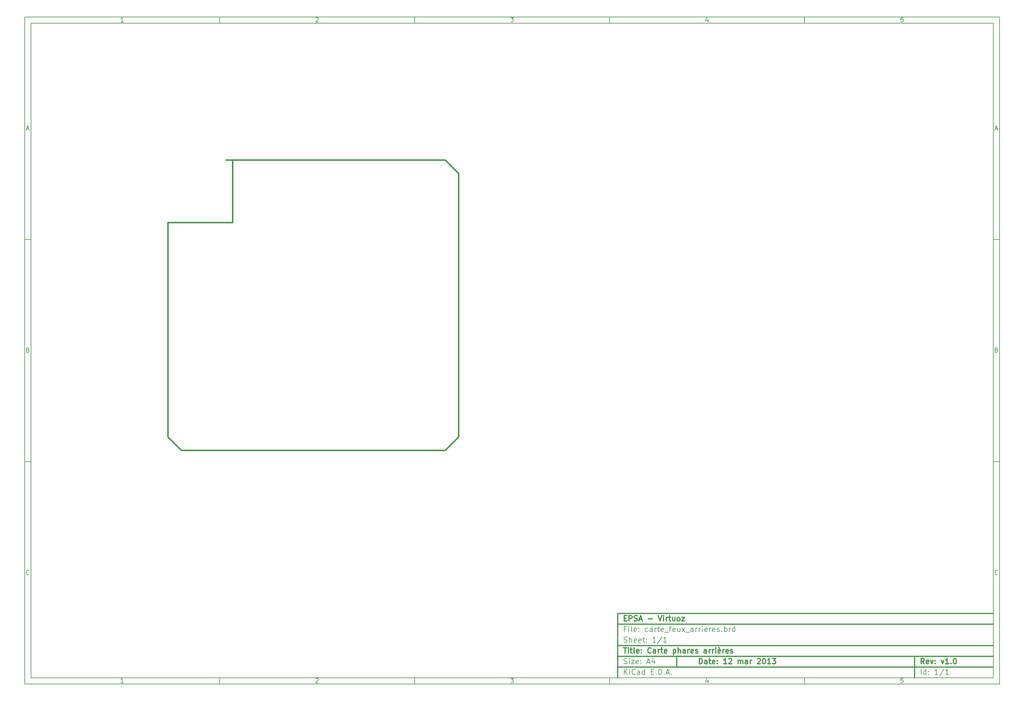
<source format=gbr>
G04 (created by PCBNEW-RS274X (2012-01-19 BZR 3256)-stable) date 12/03/2013 15:18:44*
G01*
G70*
G90*
%MOIN*%
G04 Gerber Fmt 3.4, Leading zero omitted, Abs format*
%FSLAX34Y34*%
G04 APERTURE LIST*
%ADD10C,0.006000*%
%ADD11C,0.012000*%
%ADD12C,0.015000*%
G04 APERTURE END LIST*
G54D10*
X04000Y-04000D02*
X113000Y-04000D01*
X113000Y-78670D01*
X04000Y-78670D01*
X04000Y-04000D01*
X04700Y-04700D02*
X112300Y-04700D01*
X112300Y-77970D01*
X04700Y-77970D01*
X04700Y-04700D01*
X25800Y-04000D02*
X25800Y-04700D01*
X15043Y-04552D02*
X14757Y-04552D01*
X14900Y-04552D02*
X14900Y-04052D01*
X14852Y-04124D01*
X14805Y-04171D01*
X14757Y-04195D01*
X25800Y-78670D02*
X25800Y-77970D01*
X15043Y-78522D02*
X14757Y-78522D01*
X14900Y-78522D02*
X14900Y-78022D01*
X14852Y-78094D01*
X14805Y-78141D01*
X14757Y-78165D01*
X47600Y-04000D02*
X47600Y-04700D01*
X36557Y-04100D02*
X36581Y-04076D01*
X36629Y-04052D01*
X36748Y-04052D01*
X36795Y-04076D01*
X36819Y-04100D01*
X36843Y-04148D01*
X36843Y-04195D01*
X36819Y-04267D01*
X36533Y-04552D01*
X36843Y-04552D01*
X47600Y-78670D02*
X47600Y-77970D01*
X36557Y-78070D02*
X36581Y-78046D01*
X36629Y-78022D01*
X36748Y-78022D01*
X36795Y-78046D01*
X36819Y-78070D01*
X36843Y-78118D01*
X36843Y-78165D01*
X36819Y-78237D01*
X36533Y-78522D01*
X36843Y-78522D01*
X69400Y-04000D02*
X69400Y-04700D01*
X58333Y-04052D02*
X58643Y-04052D01*
X58476Y-04243D01*
X58548Y-04243D01*
X58595Y-04267D01*
X58619Y-04290D01*
X58643Y-04338D01*
X58643Y-04457D01*
X58619Y-04505D01*
X58595Y-04529D01*
X58548Y-04552D01*
X58405Y-04552D01*
X58357Y-04529D01*
X58333Y-04505D01*
X69400Y-78670D02*
X69400Y-77970D01*
X58333Y-78022D02*
X58643Y-78022D01*
X58476Y-78213D01*
X58548Y-78213D01*
X58595Y-78237D01*
X58619Y-78260D01*
X58643Y-78308D01*
X58643Y-78427D01*
X58619Y-78475D01*
X58595Y-78499D01*
X58548Y-78522D01*
X58405Y-78522D01*
X58357Y-78499D01*
X58333Y-78475D01*
X91200Y-04000D02*
X91200Y-04700D01*
X80395Y-04219D02*
X80395Y-04552D01*
X80276Y-04029D02*
X80157Y-04386D01*
X80467Y-04386D01*
X91200Y-78670D02*
X91200Y-77970D01*
X80395Y-78189D02*
X80395Y-78522D01*
X80276Y-77999D02*
X80157Y-78356D01*
X80467Y-78356D01*
X102219Y-04052D02*
X101981Y-04052D01*
X101957Y-04290D01*
X101981Y-04267D01*
X102029Y-04243D01*
X102148Y-04243D01*
X102195Y-04267D01*
X102219Y-04290D01*
X102243Y-04338D01*
X102243Y-04457D01*
X102219Y-04505D01*
X102195Y-04529D01*
X102148Y-04552D01*
X102029Y-04552D01*
X101981Y-04529D01*
X101957Y-04505D01*
X102219Y-78022D02*
X101981Y-78022D01*
X101957Y-78260D01*
X101981Y-78237D01*
X102029Y-78213D01*
X102148Y-78213D01*
X102195Y-78237D01*
X102219Y-78260D01*
X102243Y-78308D01*
X102243Y-78427D01*
X102219Y-78475D01*
X102195Y-78499D01*
X102148Y-78522D01*
X102029Y-78522D01*
X101981Y-78499D01*
X101957Y-78475D01*
X04000Y-28890D02*
X04700Y-28890D01*
X04231Y-16510D02*
X04469Y-16510D01*
X04184Y-16652D02*
X04350Y-16152D01*
X04517Y-16652D01*
X113000Y-28890D02*
X112300Y-28890D01*
X112531Y-16510D02*
X112769Y-16510D01*
X112484Y-16652D02*
X112650Y-16152D01*
X112817Y-16652D01*
X04000Y-53780D02*
X04700Y-53780D01*
X04386Y-41280D02*
X04457Y-41304D01*
X04481Y-41328D01*
X04505Y-41376D01*
X04505Y-41447D01*
X04481Y-41495D01*
X04457Y-41519D01*
X04410Y-41542D01*
X04219Y-41542D01*
X04219Y-41042D01*
X04386Y-41042D01*
X04433Y-41066D01*
X04457Y-41090D01*
X04481Y-41138D01*
X04481Y-41185D01*
X04457Y-41233D01*
X04433Y-41257D01*
X04386Y-41280D01*
X04219Y-41280D01*
X113000Y-53780D02*
X112300Y-53780D01*
X112686Y-41280D02*
X112757Y-41304D01*
X112781Y-41328D01*
X112805Y-41376D01*
X112805Y-41447D01*
X112781Y-41495D01*
X112757Y-41519D01*
X112710Y-41542D01*
X112519Y-41542D01*
X112519Y-41042D01*
X112686Y-41042D01*
X112733Y-41066D01*
X112757Y-41090D01*
X112781Y-41138D01*
X112781Y-41185D01*
X112757Y-41233D01*
X112733Y-41257D01*
X112686Y-41280D01*
X112519Y-41280D01*
X04505Y-66385D02*
X04481Y-66409D01*
X04410Y-66432D01*
X04362Y-66432D01*
X04290Y-66409D01*
X04243Y-66361D01*
X04219Y-66313D01*
X04195Y-66218D01*
X04195Y-66147D01*
X04219Y-66051D01*
X04243Y-66004D01*
X04290Y-65956D01*
X04362Y-65932D01*
X04410Y-65932D01*
X04481Y-65956D01*
X04505Y-65980D01*
X112805Y-66385D02*
X112781Y-66409D01*
X112710Y-66432D01*
X112662Y-66432D01*
X112590Y-66409D01*
X112543Y-66361D01*
X112519Y-66313D01*
X112495Y-66218D01*
X112495Y-66147D01*
X112519Y-66051D01*
X112543Y-66004D01*
X112590Y-65956D01*
X112662Y-65932D01*
X112710Y-65932D01*
X112781Y-65956D01*
X112805Y-65980D01*
G54D11*
X79443Y-76413D02*
X79443Y-75813D01*
X79586Y-75813D01*
X79671Y-75841D01*
X79729Y-75899D01*
X79757Y-75956D01*
X79786Y-76070D01*
X79786Y-76156D01*
X79757Y-76270D01*
X79729Y-76327D01*
X79671Y-76384D01*
X79586Y-76413D01*
X79443Y-76413D01*
X80300Y-76413D02*
X80300Y-76099D01*
X80271Y-76041D01*
X80214Y-76013D01*
X80100Y-76013D01*
X80043Y-76041D01*
X80300Y-76384D02*
X80243Y-76413D01*
X80100Y-76413D01*
X80043Y-76384D01*
X80014Y-76327D01*
X80014Y-76270D01*
X80043Y-76213D01*
X80100Y-76184D01*
X80243Y-76184D01*
X80300Y-76156D01*
X80500Y-76013D02*
X80729Y-76013D01*
X80586Y-75813D02*
X80586Y-76327D01*
X80614Y-76384D01*
X80672Y-76413D01*
X80729Y-76413D01*
X81157Y-76384D02*
X81100Y-76413D01*
X80986Y-76413D01*
X80929Y-76384D01*
X80900Y-76327D01*
X80900Y-76099D01*
X80929Y-76041D01*
X80986Y-76013D01*
X81100Y-76013D01*
X81157Y-76041D01*
X81186Y-76099D01*
X81186Y-76156D01*
X80900Y-76213D01*
X81443Y-76356D02*
X81471Y-76384D01*
X81443Y-76413D01*
X81414Y-76384D01*
X81443Y-76356D01*
X81443Y-76413D01*
X81443Y-76041D02*
X81471Y-76070D01*
X81443Y-76099D01*
X81414Y-76070D01*
X81443Y-76041D01*
X81443Y-76099D01*
X82500Y-76413D02*
X82157Y-76413D01*
X82329Y-76413D02*
X82329Y-75813D01*
X82272Y-75899D01*
X82214Y-75956D01*
X82157Y-75984D01*
X82728Y-75870D02*
X82757Y-75841D01*
X82814Y-75813D01*
X82957Y-75813D01*
X83014Y-75841D01*
X83043Y-75870D01*
X83071Y-75927D01*
X83071Y-75984D01*
X83043Y-76070D01*
X82700Y-76413D01*
X83071Y-76413D01*
X83785Y-76413D02*
X83785Y-76013D01*
X83785Y-76070D02*
X83813Y-76041D01*
X83871Y-76013D01*
X83956Y-76013D01*
X84013Y-76041D01*
X84042Y-76099D01*
X84042Y-76413D01*
X84042Y-76099D02*
X84071Y-76041D01*
X84128Y-76013D01*
X84213Y-76013D01*
X84271Y-76041D01*
X84299Y-76099D01*
X84299Y-76413D01*
X84842Y-76413D02*
X84842Y-76099D01*
X84813Y-76041D01*
X84756Y-76013D01*
X84642Y-76013D01*
X84585Y-76041D01*
X84842Y-76384D02*
X84785Y-76413D01*
X84642Y-76413D01*
X84585Y-76384D01*
X84556Y-76327D01*
X84556Y-76270D01*
X84585Y-76213D01*
X84642Y-76184D01*
X84785Y-76184D01*
X84842Y-76156D01*
X85128Y-76413D02*
X85128Y-76013D01*
X85128Y-76127D02*
X85156Y-76070D01*
X85185Y-76041D01*
X85242Y-76013D01*
X85299Y-76013D01*
X85927Y-75870D02*
X85956Y-75841D01*
X86013Y-75813D01*
X86156Y-75813D01*
X86213Y-75841D01*
X86242Y-75870D01*
X86270Y-75927D01*
X86270Y-75984D01*
X86242Y-76070D01*
X85899Y-76413D01*
X86270Y-76413D01*
X86641Y-75813D02*
X86698Y-75813D01*
X86755Y-75841D01*
X86784Y-75870D01*
X86813Y-75927D01*
X86841Y-76041D01*
X86841Y-76184D01*
X86813Y-76299D01*
X86784Y-76356D01*
X86755Y-76384D01*
X86698Y-76413D01*
X86641Y-76413D01*
X86584Y-76384D01*
X86555Y-76356D01*
X86527Y-76299D01*
X86498Y-76184D01*
X86498Y-76041D01*
X86527Y-75927D01*
X86555Y-75870D01*
X86584Y-75841D01*
X86641Y-75813D01*
X87412Y-76413D02*
X87069Y-76413D01*
X87241Y-76413D02*
X87241Y-75813D01*
X87184Y-75899D01*
X87126Y-75956D01*
X87069Y-75984D01*
X87612Y-75813D02*
X87983Y-75813D01*
X87783Y-76041D01*
X87869Y-76041D01*
X87926Y-76070D01*
X87955Y-76099D01*
X87983Y-76156D01*
X87983Y-76299D01*
X87955Y-76356D01*
X87926Y-76384D01*
X87869Y-76413D01*
X87697Y-76413D01*
X87640Y-76384D01*
X87612Y-76356D01*
G54D10*
X71043Y-77613D02*
X71043Y-77013D01*
X71386Y-77613D02*
X71129Y-77270D01*
X71386Y-77013D02*
X71043Y-77356D01*
X71643Y-77613D02*
X71643Y-77213D01*
X71643Y-77013D02*
X71614Y-77041D01*
X71643Y-77070D01*
X71671Y-77041D01*
X71643Y-77013D01*
X71643Y-77070D01*
X72272Y-77556D02*
X72243Y-77584D01*
X72157Y-77613D01*
X72100Y-77613D01*
X72015Y-77584D01*
X71957Y-77527D01*
X71929Y-77470D01*
X71900Y-77356D01*
X71900Y-77270D01*
X71929Y-77156D01*
X71957Y-77099D01*
X72015Y-77041D01*
X72100Y-77013D01*
X72157Y-77013D01*
X72243Y-77041D01*
X72272Y-77070D01*
X72786Y-77613D02*
X72786Y-77299D01*
X72757Y-77241D01*
X72700Y-77213D01*
X72586Y-77213D01*
X72529Y-77241D01*
X72786Y-77584D02*
X72729Y-77613D01*
X72586Y-77613D01*
X72529Y-77584D01*
X72500Y-77527D01*
X72500Y-77470D01*
X72529Y-77413D01*
X72586Y-77384D01*
X72729Y-77384D01*
X72786Y-77356D01*
X73329Y-77613D02*
X73329Y-77013D01*
X73329Y-77584D02*
X73272Y-77613D01*
X73158Y-77613D01*
X73100Y-77584D01*
X73072Y-77556D01*
X73043Y-77499D01*
X73043Y-77327D01*
X73072Y-77270D01*
X73100Y-77241D01*
X73158Y-77213D01*
X73272Y-77213D01*
X73329Y-77241D01*
X74072Y-77299D02*
X74272Y-77299D01*
X74358Y-77613D02*
X74072Y-77613D01*
X74072Y-77013D01*
X74358Y-77013D01*
X74615Y-77556D02*
X74643Y-77584D01*
X74615Y-77613D01*
X74586Y-77584D01*
X74615Y-77556D01*
X74615Y-77613D01*
X74901Y-77613D02*
X74901Y-77013D01*
X75044Y-77013D01*
X75129Y-77041D01*
X75187Y-77099D01*
X75215Y-77156D01*
X75244Y-77270D01*
X75244Y-77356D01*
X75215Y-77470D01*
X75187Y-77527D01*
X75129Y-77584D01*
X75044Y-77613D01*
X74901Y-77613D01*
X75501Y-77556D02*
X75529Y-77584D01*
X75501Y-77613D01*
X75472Y-77584D01*
X75501Y-77556D01*
X75501Y-77613D01*
X75758Y-77441D02*
X76044Y-77441D01*
X75701Y-77613D02*
X75901Y-77013D01*
X76101Y-77613D01*
X76301Y-77556D02*
X76329Y-77584D01*
X76301Y-77613D01*
X76272Y-77584D01*
X76301Y-77556D01*
X76301Y-77613D01*
G54D11*
X104586Y-76413D02*
X104386Y-76127D01*
X104243Y-76413D02*
X104243Y-75813D01*
X104471Y-75813D01*
X104529Y-75841D01*
X104557Y-75870D01*
X104586Y-75927D01*
X104586Y-76013D01*
X104557Y-76070D01*
X104529Y-76099D01*
X104471Y-76127D01*
X104243Y-76127D01*
X105071Y-76384D02*
X105014Y-76413D01*
X104900Y-76413D01*
X104843Y-76384D01*
X104814Y-76327D01*
X104814Y-76099D01*
X104843Y-76041D01*
X104900Y-76013D01*
X105014Y-76013D01*
X105071Y-76041D01*
X105100Y-76099D01*
X105100Y-76156D01*
X104814Y-76213D01*
X105300Y-76013D02*
X105443Y-76413D01*
X105585Y-76013D01*
X105814Y-76356D02*
X105842Y-76384D01*
X105814Y-76413D01*
X105785Y-76384D01*
X105814Y-76356D01*
X105814Y-76413D01*
X105814Y-76041D02*
X105842Y-76070D01*
X105814Y-76099D01*
X105785Y-76070D01*
X105814Y-76041D01*
X105814Y-76099D01*
X106500Y-76013D02*
X106643Y-76413D01*
X106785Y-76013D01*
X107328Y-76413D02*
X106985Y-76413D01*
X107157Y-76413D02*
X107157Y-75813D01*
X107100Y-75899D01*
X107042Y-75956D01*
X106985Y-75984D01*
X107585Y-76356D02*
X107613Y-76384D01*
X107585Y-76413D01*
X107556Y-76384D01*
X107585Y-76356D01*
X107585Y-76413D01*
X107985Y-75813D02*
X108042Y-75813D01*
X108099Y-75841D01*
X108128Y-75870D01*
X108157Y-75927D01*
X108185Y-76041D01*
X108185Y-76184D01*
X108157Y-76299D01*
X108128Y-76356D01*
X108099Y-76384D01*
X108042Y-76413D01*
X107985Y-76413D01*
X107928Y-76384D01*
X107899Y-76356D01*
X107871Y-76299D01*
X107842Y-76184D01*
X107842Y-76041D01*
X107871Y-75927D01*
X107899Y-75870D01*
X107928Y-75841D01*
X107985Y-75813D01*
G54D10*
X71014Y-76384D02*
X71100Y-76413D01*
X71243Y-76413D01*
X71300Y-76384D01*
X71329Y-76356D01*
X71357Y-76299D01*
X71357Y-76241D01*
X71329Y-76184D01*
X71300Y-76156D01*
X71243Y-76127D01*
X71129Y-76099D01*
X71071Y-76070D01*
X71043Y-76041D01*
X71014Y-75984D01*
X71014Y-75927D01*
X71043Y-75870D01*
X71071Y-75841D01*
X71129Y-75813D01*
X71271Y-75813D01*
X71357Y-75841D01*
X71614Y-76413D02*
X71614Y-76013D01*
X71614Y-75813D02*
X71585Y-75841D01*
X71614Y-75870D01*
X71642Y-75841D01*
X71614Y-75813D01*
X71614Y-75870D01*
X71843Y-76013D02*
X72157Y-76013D01*
X71843Y-76413D01*
X72157Y-76413D01*
X72614Y-76384D02*
X72557Y-76413D01*
X72443Y-76413D01*
X72386Y-76384D01*
X72357Y-76327D01*
X72357Y-76099D01*
X72386Y-76041D01*
X72443Y-76013D01*
X72557Y-76013D01*
X72614Y-76041D01*
X72643Y-76099D01*
X72643Y-76156D01*
X72357Y-76213D01*
X72900Y-76356D02*
X72928Y-76384D01*
X72900Y-76413D01*
X72871Y-76384D01*
X72900Y-76356D01*
X72900Y-76413D01*
X72900Y-76041D02*
X72928Y-76070D01*
X72900Y-76099D01*
X72871Y-76070D01*
X72900Y-76041D01*
X72900Y-76099D01*
X73614Y-76241D02*
X73900Y-76241D01*
X73557Y-76413D02*
X73757Y-75813D01*
X73957Y-76413D01*
X74414Y-76013D02*
X74414Y-76413D01*
X74271Y-75784D02*
X74128Y-76213D01*
X74500Y-76213D01*
X104243Y-77613D02*
X104243Y-77013D01*
X104786Y-77613D02*
X104786Y-77013D01*
X104786Y-77584D02*
X104729Y-77613D01*
X104615Y-77613D01*
X104557Y-77584D01*
X104529Y-77556D01*
X104500Y-77499D01*
X104500Y-77327D01*
X104529Y-77270D01*
X104557Y-77241D01*
X104615Y-77213D01*
X104729Y-77213D01*
X104786Y-77241D01*
X105072Y-77556D02*
X105100Y-77584D01*
X105072Y-77613D01*
X105043Y-77584D01*
X105072Y-77556D01*
X105072Y-77613D01*
X105072Y-77241D02*
X105100Y-77270D01*
X105072Y-77299D01*
X105043Y-77270D01*
X105072Y-77241D01*
X105072Y-77299D01*
X106129Y-77613D02*
X105786Y-77613D01*
X105958Y-77613D02*
X105958Y-77013D01*
X105901Y-77099D01*
X105843Y-77156D01*
X105786Y-77184D01*
X106814Y-76984D02*
X106300Y-77756D01*
X107329Y-77613D02*
X106986Y-77613D01*
X107158Y-77613D02*
X107158Y-77013D01*
X107101Y-77099D01*
X107043Y-77156D01*
X106986Y-77184D01*
G54D11*
X70957Y-74613D02*
X71300Y-74613D01*
X71129Y-75213D02*
X71129Y-74613D01*
X71500Y-75213D02*
X71500Y-74813D01*
X71500Y-74613D02*
X71471Y-74641D01*
X71500Y-74670D01*
X71528Y-74641D01*
X71500Y-74613D01*
X71500Y-74670D01*
X71700Y-74813D02*
X71929Y-74813D01*
X71786Y-74613D02*
X71786Y-75127D01*
X71814Y-75184D01*
X71872Y-75213D01*
X71929Y-75213D01*
X72215Y-75213D02*
X72157Y-75184D01*
X72129Y-75127D01*
X72129Y-74613D01*
X72671Y-75184D02*
X72614Y-75213D01*
X72500Y-75213D01*
X72443Y-75184D01*
X72414Y-75127D01*
X72414Y-74899D01*
X72443Y-74841D01*
X72500Y-74813D01*
X72614Y-74813D01*
X72671Y-74841D01*
X72700Y-74899D01*
X72700Y-74956D01*
X72414Y-75013D01*
X72957Y-75156D02*
X72985Y-75184D01*
X72957Y-75213D01*
X72928Y-75184D01*
X72957Y-75156D01*
X72957Y-75213D01*
X72957Y-74841D02*
X72985Y-74870D01*
X72957Y-74899D01*
X72928Y-74870D01*
X72957Y-74841D01*
X72957Y-74899D01*
X74043Y-75156D02*
X74014Y-75184D01*
X73928Y-75213D01*
X73871Y-75213D01*
X73786Y-75184D01*
X73728Y-75127D01*
X73700Y-75070D01*
X73671Y-74956D01*
X73671Y-74870D01*
X73700Y-74756D01*
X73728Y-74699D01*
X73786Y-74641D01*
X73871Y-74613D01*
X73928Y-74613D01*
X74014Y-74641D01*
X74043Y-74670D01*
X74557Y-75213D02*
X74557Y-74899D01*
X74528Y-74841D01*
X74471Y-74813D01*
X74357Y-74813D01*
X74300Y-74841D01*
X74557Y-75184D02*
X74500Y-75213D01*
X74357Y-75213D01*
X74300Y-75184D01*
X74271Y-75127D01*
X74271Y-75070D01*
X74300Y-75013D01*
X74357Y-74984D01*
X74500Y-74984D01*
X74557Y-74956D01*
X74843Y-75213D02*
X74843Y-74813D01*
X74843Y-74927D02*
X74871Y-74870D01*
X74900Y-74841D01*
X74957Y-74813D01*
X75014Y-74813D01*
X75128Y-74813D02*
X75357Y-74813D01*
X75214Y-74613D02*
X75214Y-75127D01*
X75242Y-75184D01*
X75300Y-75213D01*
X75357Y-75213D01*
X75785Y-75184D02*
X75728Y-75213D01*
X75614Y-75213D01*
X75557Y-75184D01*
X75528Y-75127D01*
X75528Y-74899D01*
X75557Y-74841D01*
X75614Y-74813D01*
X75728Y-74813D01*
X75785Y-74841D01*
X75814Y-74899D01*
X75814Y-74956D01*
X75528Y-75013D01*
X76528Y-74813D02*
X76528Y-75413D01*
X76528Y-74841D02*
X76585Y-74813D01*
X76699Y-74813D01*
X76756Y-74841D01*
X76785Y-74870D01*
X76814Y-74927D01*
X76814Y-75099D01*
X76785Y-75156D01*
X76756Y-75184D01*
X76699Y-75213D01*
X76585Y-75213D01*
X76528Y-75184D01*
X77071Y-75213D02*
X77071Y-74613D01*
X77328Y-75213D02*
X77328Y-74899D01*
X77299Y-74841D01*
X77242Y-74813D01*
X77157Y-74813D01*
X77099Y-74841D01*
X77071Y-74870D01*
X77871Y-75213D02*
X77871Y-74899D01*
X77842Y-74841D01*
X77785Y-74813D01*
X77671Y-74813D01*
X77614Y-74841D01*
X77871Y-75184D02*
X77814Y-75213D01*
X77671Y-75213D01*
X77614Y-75184D01*
X77585Y-75127D01*
X77585Y-75070D01*
X77614Y-75013D01*
X77671Y-74984D01*
X77814Y-74984D01*
X77871Y-74956D01*
X78157Y-75213D02*
X78157Y-74813D01*
X78157Y-74927D02*
X78185Y-74870D01*
X78214Y-74841D01*
X78271Y-74813D01*
X78328Y-74813D01*
X78756Y-75184D02*
X78699Y-75213D01*
X78585Y-75213D01*
X78528Y-75184D01*
X78499Y-75127D01*
X78499Y-74899D01*
X78528Y-74841D01*
X78585Y-74813D01*
X78699Y-74813D01*
X78756Y-74841D01*
X78785Y-74899D01*
X78785Y-74956D01*
X78499Y-75013D01*
X79013Y-75184D02*
X79070Y-75213D01*
X79185Y-75213D01*
X79242Y-75184D01*
X79270Y-75127D01*
X79270Y-75099D01*
X79242Y-75041D01*
X79185Y-75013D01*
X79099Y-75013D01*
X79042Y-74984D01*
X79013Y-74927D01*
X79013Y-74899D01*
X79042Y-74841D01*
X79099Y-74813D01*
X79185Y-74813D01*
X79242Y-74841D01*
X80242Y-75213D02*
X80242Y-74899D01*
X80213Y-74841D01*
X80156Y-74813D01*
X80042Y-74813D01*
X79985Y-74841D01*
X80242Y-75184D02*
X80185Y-75213D01*
X80042Y-75213D01*
X79985Y-75184D01*
X79956Y-75127D01*
X79956Y-75070D01*
X79985Y-75013D01*
X80042Y-74984D01*
X80185Y-74984D01*
X80242Y-74956D01*
X80528Y-75213D02*
X80528Y-74813D01*
X80528Y-74927D02*
X80556Y-74870D01*
X80585Y-74841D01*
X80642Y-74813D01*
X80699Y-74813D01*
X80899Y-75213D02*
X80899Y-74813D01*
X80899Y-74927D02*
X80927Y-74870D01*
X80956Y-74841D01*
X81013Y-74813D01*
X81070Y-74813D01*
X81270Y-75213D02*
X81270Y-74813D01*
X81270Y-74613D02*
X81241Y-74641D01*
X81270Y-74670D01*
X81298Y-74641D01*
X81270Y-74613D01*
X81270Y-74670D01*
X81784Y-75184D02*
X81727Y-75213D01*
X81613Y-75213D01*
X81556Y-75184D01*
X81527Y-75127D01*
X81527Y-74899D01*
X81556Y-74841D01*
X81613Y-74813D01*
X81727Y-74813D01*
X81784Y-74841D01*
X81813Y-74899D01*
X81813Y-74956D01*
X81527Y-75013D01*
X81613Y-74584D02*
X81699Y-74670D01*
X82070Y-75213D02*
X82070Y-74813D01*
X82070Y-74927D02*
X82098Y-74870D01*
X82127Y-74841D01*
X82184Y-74813D01*
X82241Y-74813D01*
X82669Y-75184D02*
X82612Y-75213D01*
X82498Y-75213D01*
X82441Y-75184D01*
X82412Y-75127D01*
X82412Y-74899D01*
X82441Y-74841D01*
X82498Y-74813D01*
X82612Y-74813D01*
X82669Y-74841D01*
X82698Y-74899D01*
X82698Y-74956D01*
X82412Y-75013D01*
X82926Y-75184D02*
X82983Y-75213D01*
X83098Y-75213D01*
X83155Y-75184D01*
X83183Y-75127D01*
X83183Y-75099D01*
X83155Y-75041D01*
X83098Y-75013D01*
X83012Y-75013D01*
X82955Y-74984D01*
X82926Y-74927D01*
X82926Y-74899D01*
X82955Y-74841D01*
X83012Y-74813D01*
X83098Y-74813D01*
X83155Y-74841D01*
G54D10*
X71243Y-72499D02*
X71043Y-72499D01*
X71043Y-72813D02*
X71043Y-72213D01*
X71329Y-72213D01*
X71557Y-72813D02*
X71557Y-72413D01*
X71557Y-72213D02*
X71528Y-72241D01*
X71557Y-72270D01*
X71585Y-72241D01*
X71557Y-72213D01*
X71557Y-72270D01*
X71929Y-72813D02*
X71871Y-72784D01*
X71843Y-72727D01*
X71843Y-72213D01*
X72385Y-72784D02*
X72328Y-72813D01*
X72214Y-72813D01*
X72157Y-72784D01*
X72128Y-72727D01*
X72128Y-72499D01*
X72157Y-72441D01*
X72214Y-72413D01*
X72328Y-72413D01*
X72385Y-72441D01*
X72414Y-72499D01*
X72414Y-72556D01*
X72128Y-72613D01*
X72671Y-72756D02*
X72699Y-72784D01*
X72671Y-72813D01*
X72642Y-72784D01*
X72671Y-72756D01*
X72671Y-72813D01*
X72671Y-72441D02*
X72699Y-72470D01*
X72671Y-72499D01*
X72642Y-72470D01*
X72671Y-72441D01*
X72671Y-72499D01*
X73671Y-72784D02*
X73614Y-72813D01*
X73500Y-72813D01*
X73442Y-72784D01*
X73414Y-72756D01*
X73385Y-72699D01*
X73385Y-72527D01*
X73414Y-72470D01*
X73442Y-72441D01*
X73500Y-72413D01*
X73614Y-72413D01*
X73671Y-72441D01*
X74185Y-72813D02*
X74185Y-72499D01*
X74156Y-72441D01*
X74099Y-72413D01*
X73985Y-72413D01*
X73928Y-72441D01*
X74185Y-72784D02*
X74128Y-72813D01*
X73985Y-72813D01*
X73928Y-72784D01*
X73899Y-72727D01*
X73899Y-72670D01*
X73928Y-72613D01*
X73985Y-72584D01*
X74128Y-72584D01*
X74185Y-72556D01*
X74471Y-72813D02*
X74471Y-72413D01*
X74471Y-72527D02*
X74499Y-72470D01*
X74528Y-72441D01*
X74585Y-72413D01*
X74642Y-72413D01*
X74756Y-72413D02*
X74985Y-72413D01*
X74842Y-72213D02*
X74842Y-72727D01*
X74870Y-72784D01*
X74928Y-72813D01*
X74985Y-72813D01*
X75413Y-72784D02*
X75356Y-72813D01*
X75242Y-72813D01*
X75185Y-72784D01*
X75156Y-72727D01*
X75156Y-72499D01*
X75185Y-72441D01*
X75242Y-72413D01*
X75356Y-72413D01*
X75413Y-72441D01*
X75442Y-72499D01*
X75442Y-72556D01*
X75156Y-72613D01*
X75556Y-72870D02*
X76013Y-72870D01*
X76070Y-72413D02*
X76299Y-72413D01*
X76156Y-72813D02*
X76156Y-72299D01*
X76184Y-72241D01*
X76242Y-72213D01*
X76299Y-72213D01*
X76727Y-72784D02*
X76670Y-72813D01*
X76556Y-72813D01*
X76499Y-72784D01*
X76470Y-72727D01*
X76470Y-72499D01*
X76499Y-72441D01*
X76556Y-72413D01*
X76670Y-72413D01*
X76727Y-72441D01*
X76756Y-72499D01*
X76756Y-72556D01*
X76470Y-72613D01*
X77270Y-72413D02*
X77270Y-72813D01*
X77013Y-72413D02*
X77013Y-72727D01*
X77041Y-72784D01*
X77099Y-72813D01*
X77184Y-72813D01*
X77241Y-72784D01*
X77270Y-72756D01*
X77499Y-72813D02*
X77813Y-72413D01*
X77499Y-72413D02*
X77813Y-72813D01*
X77899Y-72870D02*
X78356Y-72870D01*
X78756Y-72813D02*
X78756Y-72499D01*
X78727Y-72441D01*
X78670Y-72413D01*
X78556Y-72413D01*
X78499Y-72441D01*
X78756Y-72784D02*
X78699Y-72813D01*
X78556Y-72813D01*
X78499Y-72784D01*
X78470Y-72727D01*
X78470Y-72670D01*
X78499Y-72613D01*
X78556Y-72584D01*
X78699Y-72584D01*
X78756Y-72556D01*
X79042Y-72813D02*
X79042Y-72413D01*
X79042Y-72527D02*
X79070Y-72470D01*
X79099Y-72441D01*
X79156Y-72413D01*
X79213Y-72413D01*
X79413Y-72813D02*
X79413Y-72413D01*
X79413Y-72527D02*
X79441Y-72470D01*
X79470Y-72441D01*
X79527Y-72413D01*
X79584Y-72413D01*
X79784Y-72813D02*
X79784Y-72413D01*
X79784Y-72213D02*
X79755Y-72241D01*
X79784Y-72270D01*
X79812Y-72241D01*
X79784Y-72213D01*
X79784Y-72270D01*
X80298Y-72784D02*
X80241Y-72813D01*
X80127Y-72813D01*
X80070Y-72784D01*
X80041Y-72727D01*
X80041Y-72499D01*
X80070Y-72441D01*
X80127Y-72413D01*
X80241Y-72413D01*
X80298Y-72441D01*
X80327Y-72499D01*
X80327Y-72556D01*
X80041Y-72613D01*
X80584Y-72813D02*
X80584Y-72413D01*
X80584Y-72527D02*
X80612Y-72470D01*
X80641Y-72441D01*
X80698Y-72413D01*
X80755Y-72413D01*
X81183Y-72784D02*
X81126Y-72813D01*
X81012Y-72813D01*
X80955Y-72784D01*
X80926Y-72727D01*
X80926Y-72499D01*
X80955Y-72441D01*
X81012Y-72413D01*
X81126Y-72413D01*
X81183Y-72441D01*
X81212Y-72499D01*
X81212Y-72556D01*
X80926Y-72613D01*
X81440Y-72784D02*
X81497Y-72813D01*
X81612Y-72813D01*
X81669Y-72784D01*
X81697Y-72727D01*
X81697Y-72699D01*
X81669Y-72641D01*
X81612Y-72613D01*
X81526Y-72613D01*
X81469Y-72584D01*
X81440Y-72527D01*
X81440Y-72499D01*
X81469Y-72441D01*
X81526Y-72413D01*
X81612Y-72413D01*
X81669Y-72441D01*
X81955Y-72756D02*
X81983Y-72784D01*
X81955Y-72813D01*
X81926Y-72784D01*
X81955Y-72756D01*
X81955Y-72813D01*
X82241Y-72813D02*
X82241Y-72213D01*
X82241Y-72441D02*
X82298Y-72413D01*
X82412Y-72413D01*
X82469Y-72441D01*
X82498Y-72470D01*
X82527Y-72527D01*
X82527Y-72699D01*
X82498Y-72756D01*
X82469Y-72784D01*
X82412Y-72813D01*
X82298Y-72813D01*
X82241Y-72784D01*
X82784Y-72813D02*
X82784Y-72413D01*
X82784Y-72527D02*
X82812Y-72470D01*
X82841Y-72441D01*
X82898Y-72413D01*
X82955Y-72413D01*
X83412Y-72813D02*
X83412Y-72213D01*
X83412Y-72784D02*
X83355Y-72813D01*
X83241Y-72813D01*
X83183Y-72784D01*
X83155Y-72756D01*
X83126Y-72699D01*
X83126Y-72527D01*
X83155Y-72470D01*
X83183Y-72441D01*
X83241Y-72413D01*
X83355Y-72413D01*
X83412Y-72441D01*
X71014Y-73984D02*
X71100Y-74013D01*
X71243Y-74013D01*
X71300Y-73984D01*
X71329Y-73956D01*
X71357Y-73899D01*
X71357Y-73841D01*
X71329Y-73784D01*
X71300Y-73756D01*
X71243Y-73727D01*
X71129Y-73699D01*
X71071Y-73670D01*
X71043Y-73641D01*
X71014Y-73584D01*
X71014Y-73527D01*
X71043Y-73470D01*
X71071Y-73441D01*
X71129Y-73413D01*
X71271Y-73413D01*
X71357Y-73441D01*
X71614Y-74013D02*
X71614Y-73413D01*
X71871Y-74013D02*
X71871Y-73699D01*
X71842Y-73641D01*
X71785Y-73613D01*
X71700Y-73613D01*
X71642Y-73641D01*
X71614Y-73670D01*
X72385Y-73984D02*
X72328Y-74013D01*
X72214Y-74013D01*
X72157Y-73984D01*
X72128Y-73927D01*
X72128Y-73699D01*
X72157Y-73641D01*
X72214Y-73613D01*
X72328Y-73613D01*
X72385Y-73641D01*
X72414Y-73699D01*
X72414Y-73756D01*
X72128Y-73813D01*
X72899Y-73984D02*
X72842Y-74013D01*
X72728Y-74013D01*
X72671Y-73984D01*
X72642Y-73927D01*
X72642Y-73699D01*
X72671Y-73641D01*
X72728Y-73613D01*
X72842Y-73613D01*
X72899Y-73641D01*
X72928Y-73699D01*
X72928Y-73756D01*
X72642Y-73813D01*
X73099Y-73613D02*
X73328Y-73613D01*
X73185Y-73413D02*
X73185Y-73927D01*
X73213Y-73984D01*
X73271Y-74013D01*
X73328Y-74013D01*
X73528Y-73956D02*
X73556Y-73984D01*
X73528Y-74013D01*
X73499Y-73984D01*
X73528Y-73956D01*
X73528Y-74013D01*
X73528Y-73641D02*
X73556Y-73670D01*
X73528Y-73699D01*
X73499Y-73670D01*
X73528Y-73641D01*
X73528Y-73699D01*
X74585Y-74013D02*
X74242Y-74013D01*
X74414Y-74013D02*
X74414Y-73413D01*
X74357Y-73499D01*
X74299Y-73556D01*
X74242Y-73584D01*
X75270Y-73384D02*
X74756Y-74156D01*
X75785Y-74013D02*
X75442Y-74013D01*
X75614Y-74013D02*
X75614Y-73413D01*
X75557Y-73499D01*
X75499Y-73556D01*
X75442Y-73584D01*
G54D11*
X71043Y-71299D02*
X71243Y-71299D01*
X71329Y-71613D02*
X71043Y-71613D01*
X71043Y-71013D01*
X71329Y-71013D01*
X71586Y-71613D02*
X71586Y-71013D01*
X71814Y-71013D01*
X71872Y-71041D01*
X71900Y-71070D01*
X71929Y-71127D01*
X71929Y-71213D01*
X71900Y-71270D01*
X71872Y-71299D01*
X71814Y-71327D01*
X71586Y-71327D01*
X72157Y-71584D02*
X72243Y-71613D01*
X72386Y-71613D01*
X72443Y-71584D01*
X72472Y-71556D01*
X72500Y-71499D01*
X72500Y-71441D01*
X72472Y-71384D01*
X72443Y-71356D01*
X72386Y-71327D01*
X72272Y-71299D01*
X72214Y-71270D01*
X72186Y-71241D01*
X72157Y-71184D01*
X72157Y-71127D01*
X72186Y-71070D01*
X72214Y-71041D01*
X72272Y-71013D01*
X72414Y-71013D01*
X72500Y-71041D01*
X72728Y-71441D02*
X73014Y-71441D01*
X72671Y-71613D02*
X72871Y-71013D01*
X73071Y-71613D01*
X73728Y-71384D02*
X74185Y-71384D01*
X74842Y-71013D02*
X75042Y-71613D01*
X75242Y-71013D01*
X75442Y-71613D02*
X75442Y-71213D01*
X75442Y-71013D02*
X75413Y-71041D01*
X75442Y-71070D01*
X75470Y-71041D01*
X75442Y-71013D01*
X75442Y-71070D01*
X75728Y-71613D02*
X75728Y-71213D01*
X75728Y-71327D02*
X75756Y-71270D01*
X75785Y-71241D01*
X75842Y-71213D01*
X75899Y-71213D01*
X76013Y-71213D02*
X76242Y-71213D01*
X76099Y-71013D02*
X76099Y-71527D01*
X76127Y-71584D01*
X76185Y-71613D01*
X76242Y-71613D01*
X76699Y-71213D02*
X76699Y-71613D01*
X76442Y-71213D02*
X76442Y-71527D01*
X76470Y-71584D01*
X76528Y-71613D01*
X76613Y-71613D01*
X76670Y-71584D01*
X76699Y-71556D01*
X77071Y-71613D02*
X77013Y-71584D01*
X76985Y-71556D01*
X76956Y-71499D01*
X76956Y-71327D01*
X76985Y-71270D01*
X77013Y-71241D01*
X77071Y-71213D01*
X77156Y-71213D01*
X77213Y-71241D01*
X77242Y-71270D01*
X77271Y-71327D01*
X77271Y-71499D01*
X77242Y-71556D01*
X77213Y-71584D01*
X77156Y-71613D01*
X77071Y-71613D01*
X77471Y-71213D02*
X77785Y-71213D01*
X77471Y-71613D01*
X77785Y-71613D01*
X70300Y-70770D02*
X70300Y-77970D01*
X70300Y-71970D02*
X112300Y-71970D01*
X70300Y-70770D02*
X112300Y-70770D01*
X70300Y-74370D02*
X112300Y-74370D01*
X103500Y-75570D02*
X103500Y-77970D01*
X70300Y-76770D02*
X112300Y-76770D01*
X70300Y-75570D02*
X112300Y-75570D01*
X76900Y-75570D02*
X76900Y-76770D01*
G54D12*
X20000Y-27000D02*
X20750Y-27000D01*
X20000Y-51000D02*
X20000Y-27000D01*
X51000Y-52500D02*
X21500Y-52500D01*
X52500Y-21500D02*
X52500Y-51000D01*
X26500Y-20000D02*
X51000Y-20000D01*
X51000Y-20000D02*
X52500Y-21500D01*
X51000Y-52500D02*
X52500Y-51000D01*
X20000Y-51000D02*
X21500Y-52500D01*
X27250Y-27000D02*
X27250Y-20000D01*
X20750Y-27000D02*
X27250Y-27000D01*
M02*

</source>
